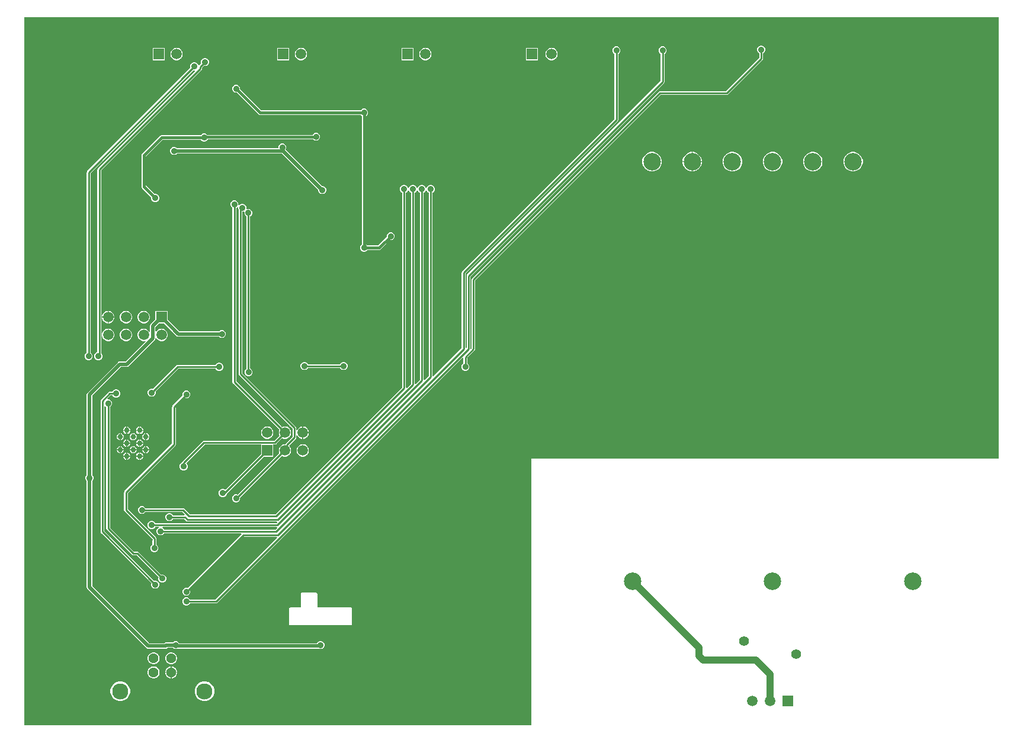
<source format=gbl>
%FSTAX23Y23*%
%MOIN*%
%SFA1B1*%

%IPPOS*%
%ADD15C,0.010000*%
%ADD81C,0.020000*%
%ADD82C,0.015000*%
%ADD83C,0.040000*%
%ADD84C,0.098430*%
%ADD85C,0.030000*%
%ADD86C,0.056220*%
%ADD87C,0.090550*%
%ADD88R,0.059060X0.059060*%
%ADD89C,0.059060*%
%ADD90C,0.055120*%
%ADD91C,0.035000*%
%LNpcb1-1*%
%LPD*%
G36*
X06491Y0251D02*
X0386D01*
Y01008*
X01008*
Y04991*
X06491*
Y0251*
G37*
%LNpcb1-2*%
%LPC*%
G36*
X03979Y04819D02*
X0397D01*
X03961Y04817*
X03953Y04812*
X03947Y04806*
X03942Y04798*
X0394Y04789*
Y0478*
X03942Y04771*
X03947Y04763*
X03953Y04757*
X03961Y04752*
X0397Y0475*
X03979*
X03988Y04752*
X03996Y04757*
X04002Y04763*
X04007Y04771*
X04009Y0478*
Y04789*
X04007Y04798*
X04002Y04806*
X03996Y04812*
X03988Y04817*
X03979Y04819*
G37*
G36*
X03899D02*
X0383D01*
Y0475*
X03899*
Y04819*
G37*
G36*
X03269D02*
X0326D01*
X03251Y04817*
X03243Y04812*
X03237Y04806*
X03232Y04798*
X0323Y04789*
Y0478*
X03232Y04771*
X03237Y04763*
X03243Y04757*
X03251Y04752*
X0326Y0475*
X03269*
X03278Y04752*
X03286Y04757*
X03292Y04763*
X03297Y04771*
X03299Y0478*
Y04789*
X03297Y04798*
X03292Y04806*
X03286Y04812*
X03278Y04817*
X03269Y04819*
G37*
G36*
X03199D02*
X0313D01*
Y0475*
X03199*
Y04819*
G37*
G36*
X02569D02*
X0256D01*
X02551Y04817*
X02543Y04812*
X02537Y04806*
X02532Y04798*
X0253Y04789*
Y0478*
X02532Y04771*
X02537Y04763*
X02543Y04757*
X02551Y04752*
X0256Y0475*
X02569*
X02578Y04752*
X02586Y04757*
X02592Y04763*
X02597Y04771*
X02599Y0478*
Y04789*
X02597Y04798*
X02592Y04806*
X02586Y04812*
X02578Y04817*
X02569Y04819*
G37*
G36*
X02499D02*
X0243D01*
Y0475*
X02499*
Y04819*
G37*
G36*
X01869D02*
X0186D01*
X01851Y04817*
X01843Y04812*
X01837Y04806*
X01832Y04798*
X0183Y04789*
Y0478*
X01832Y04771*
X01837Y04763*
X01843Y04757*
X01851Y04752*
X0186Y0475*
X01869*
X01878Y04752*
X01886Y04757*
X01892Y04763*
X01897Y04771*
X01899Y0478*
Y04789*
X01897Y04798*
X01892Y04806*
X01886Y04812*
X01878Y04817*
X01869Y04819*
G37*
G36*
X01799D02*
X0173D01*
Y0475*
X01799*
Y04819*
G37*
G36*
X02029Y04762D02*
X0202D01*
X02012Y04759*
X02005Y04752*
X02002Y04744*
Y04735*
X02003Y04732*
X01992Y04721*
X01986Y04722*
X01986Y04722*
X01984Y04727*
X01977Y04734*
X01969Y04737*
X0196*
X01952Y04734*
X01945Y04727*
X01942Y04719*
Y0471*
X01943Y04707*
X01362Y04127*
X0136Y04123*
X01359Y0412*
Y03105*
X01357Y03104*
X0135Y03097*
X01347Y03089*
Y0308*
X0135Y03072*
X01357Y03065*
X01365Y03062*
X01374*
X01382Y03065*
X01389Y03072*
X01392Y0308*
Y03089*
X01389Y03097*
X01382Y03104*
X0138Y03105*
Y04115*
X01957Y04693*
X0196Y04692*
X01966*
X01969Y04687*
X01422Y04141*
X0142Y04137*
X01419Y04134*
Y03107*
X01412Y03104*
X01405Y03097*
X01402Y03089*
Y0308*
X01405Y03072*
X01412Y03065*
X0142Y03062*
X01429*
X01437Y03065*
X01444Y03072*
X01447Y0308*
Y03089*
X01444Y03097*
X0144Y03101*
Y04129*
X02004Y04694*
X02006Y04697*
X02007Y04701*
Y04708*
X02017Y04718*
X0202Y04717*
X02029*
X02037Y0472*
X02044Y04727*
X02047Y04735*
Y04744*
X02044Y04752*
X02037Y04759*
X02029Y04762*
G37*
G36*
X02654Y04342D02*
X02645D01*
X02637Y04339*
X0263Y04332*
X02629Y0433*
X02036*
X02032Y04334*
X02024Y04337*
X02015*
X02007Y04334*
X02Y04327*
X0178*
X01775Y04326*
X0177Y04324*
X0167Y04224*
X01668Y04219*
X01667Y04215*
Y0404*
X01668Y04035*
X0167Y0403*
X01722Y03979*
Y0397*
X01725Y03962*
X01732Y03955*
X0174Y03952*
X01749*
X01757Y03955*
X01764Y03962*
X01767Y0397*
Y03979*
X01764Y03987*
X01757Y03994*
X01749Y03997*
X0174*
X01692Y04045*
Y04209*
X01785Y04302*
X02*
X02007Y04295*
X02015Y04292*
X02024*
X02032Y04295*
X02039Y04302*
X0204Y04304*
X02633*
X02637Y043*
X02645Y04297*
X02654*
X02662Y043*
X02669Y04307*
X02672Y04315*
Y04324*
X02669Y04332*
X02662Y04339*
X02654Y04342*
G37*
G36*
X02464Y04282D02*
X02455D01*
X02447Y04279*
X0244Y04272*
X02437Y04264*
Y04255*
X02437Y04255*
X01866*
X01862Y04259*
X01854Y04262*
X01845*
X01837Y04259*
X0183Y04252*
X01827Y04244*
Y04235*
X0183Y04227*
X01837Y0422*
X01845Y04217*
X01854*
X01862Y0422*
X01866Y04224*
X02458*
X02662Y0402*
Y04015*
X02665Y04007*
X02672Y04*
X0268Y03997*
X02689*
X02697Y04*
X02704Y04007*
X02707Y04015*
Y04024*
X02704Y04032*
X02697Y04039*
X02689Y04042*
X02684*
X02479Y04247*
X02482Y04255*
Y04264*
X02479Y04272*
X02472Y04279*
X02464Y04282*
G37*
G36*
X04773Y04234D02*
X04768D01*
Y04182*
X0482*
Y04187*
X04816Y042*
X04809Y04213*
X04799Y04223*
X04787Y0423*
X04773Y04234*
G37*
G36*
X04763D02*
X04759D01*
X04745Y0423*
X04733Y04223*
X04723Y04213*
X04715Y042*
X04712Y04187*
Y04182*
X04763*
Y04234*
G37*
G36*
X05679D02*
X05664D01*
X0565Y0423*
X05638Y04223*
X05628Y04213*
X05621Y042*
X05617Y04187*
Y04172*
X05621Y04159*
X05628Y04146*
X05638Y04136*
X0565Y04129*
X05664Y04125*
X05679*
X05692Y04129*
X05705Y04136*
X05715Y04146*
X05722Y04159*
X05726Y04172*
Y04187*
X05722Y042*
X05715Y04213*
X05705Y04223*
X05692Y0423*
X05679Y04234*
G37*
G36*
X05452D02*
X05438D01*
X05424Y0423*
X05412Y04223*
X05402Y04213*
X05394Y042*
X05391Y04187*
Y04172*
X05394Y04159*
X05402Y04146*
X05412Y04136*
X05424Y04129*
X05438Y04125*
X05452*
X05466Y04129*
X05478Y04136*
X05488Y04146*
X05496Y04159*
X05499Y04172*
Y04187*
X05496Y042*
X05488Y04213*
X05478Y04223*
X05466Y0423*
X05452Y04234*
G37*
G36*
X05226D02*
X05212D01*
X05198Y0423*
X05185Y04223*
X05175Y04213*
X05168Y042*
X05164Y04187*
Y04172*
X05168Y04159*
X05175Y04146*
X05185Y04136*
X05198Y04129*
X05212Y04125*
X05226*
X0524Y04129*
X05252Y04136*
X05262Y04146*
X05269Y04159*
X05273Y04172*
Y04187*
X05269Y042*
X05262Y04213*
X05252Y04223*
X0524Y0423*
X05226Y04234*
G37*
G36*
X04999D02*
X04985D01*
X04971Y0423*
X04959Y04223*
X04949Y04213*
X04942Y042*
X04938Y04187*
Y04172*
X04942Y04159*
X04949Y04146*
X04959Y04136*
X04971Y04129*
X04985Y04125*
X04999*
X05013Y04129*
X05026Y04136*
X05036Y04146*
X05043Y04159*
X05046Y04172*
Y04187*
X05043Y042*
X05036Y04213*
X05026Y04223*
X05013Y0423*
X04999Y04234*
G37*
G36*
X0482Y04177D02*
X04768D01*
Y04125*
X04773*
X04787Y04129*
X04799Y04136*
X04809Y04146*
X04816Y04159*
X0482Y04172*
Y04177*
G37*
G36*
X04763D02*
X04712D01*
Y04172*
X04715Y04159*
X04723Y04146*
X04733Y04136*
X04745Y04129*
X04759Y04125*
X04763*
Y04177*
G37*
G36*
X04547Y04234D02*
X04532D01*
X04519Y0423*
X04506Y04223*
X04496Y04213*
X04489Y042*
X04485Y04187*
Y04172*
X04489Y04159*
X04496Y04146*
X04506Y04136*
X04519Y04129*
X04532Y04125*
X04547*
X0456Y04129*
X04573Y04136*
X04583Y04146*
X0459Y04159*
X04594Y04172*
Y04187*
X0459Y042*
X04583Y04213*
X04573Y04223*
X0456Y0423*
X04547Y04234*
G37*
G36*
X02204Y04612D02*
X02195D01*
X02187Y04609*
X0218Y04602*
X02177Y04594*
Y04585*
X0218Y04577*
X02187Y0457*
X02195Y04567*
X02204*
X02325Y04445*
X0233Y04443*
X02335Y04442*
X029*
X02907Y04435*
Y03714*
X029Y03707*
X02897Y03699*
Y0369*
X029Y03682*
X02907Y03675*
X02915Y03672*
X02924*
X02932Y03675*
X02939Y03682*
X03005*
X03009Y03683*
X03014Y03685*
X03065Y03737*
X03074*
X03082Y0374*
X03089Y03747*
X03092Y03755*
Y03764*
X03089Y03772*
X03082Y03779*
X03074Y03782*
X03065*
X03057Y03779*
X0305Y03772*
X03047Y03764*
Y03755*
X02999Y03707*
X02939*
X02932Y03714*
Y04435*
X02939Y04442*
X02942Y0445*
Y04459*
X02939Y04467*
X02932Y04474*
X02924Y04477*
X02915*
X02907Y04474*
X029Y04467*
X0234*
X02222Y04585*
Y04585*
Y04594*
X02219Y04602*
X02212Y04609*
X02204Y04612*
G37*
G36*
X01484Y03339D02*
X01482D01*
Y03307*
X01514*
Y03309*
X01512Y03318*
X01507Y03326*
X01501Y03332*
X01493Y03337*
X01484Y03339*
G37*
G36*
X01477D02*
X01475D01*
X01466Y03337*
X01458Y03332*
X01452Y03326*
X01447Y03318*
X01445Y03309*
Y03307*
X01477*
Y03339*
G37*
G36*
X01684D02*
X01675D01*
X01666Y03337*
X01658Y03332*
X01652Y03326*
X01647Y03318*
X01645Y03309*
Y033*
X01647Y03291*
X01652Y03283*
X01658Y03277*
X01666Y03272*
X01675Y0327*
X01684*
X01693Y03272*
X01701Y03277*
X01707Y03283*
X01712Y03291*
X01714Y033*
Y03309*
X01712Y03318*
X01707Y03326*
X01701Y03332*
X01693Y03337*
X01684Y03339*
G37*
G36*
X01584D02*
X01575D01*
X01566Y03337*
X01558Y03332*
X01552Y03326*
X01547Y03318*
X01545Y03309*
Y033*
X01547Y03291*
X01552Y03283*
X01558Y03277*
X01566Y03272*
X01575Y0327*
X01584*
X01593Y03272*
X01601Y03277*
X01607Y03283*
X01612Y03291*
X01614Y033*
Y03309*
X01612Y03318*
X01607Y03326*
X01601Y03332*
X01593Y03337*
X01584Y03339*
G37*
G36*
X01514Y03302D02*
X01482D01*
Y0327*
X01484*
X01493Y03272*
X01501Y03277*
X01507Y03283*
X01512Y03291*
X01514Y033*
Y03302*
G37*
G36*
X01477D02*
X01445D01*
Y033*
X01447Y03291*
X01452Y03283*
X01458Y03277*
X01466Y03272*
X01475Y0327*
X01477*
Y03302*
G37*
G36*
X01814Y03339D02*
X01745D01*
Y03292*
X01719Y03266*
X01716Y03261*
X01715Y03255*
Y03223*
X0171Y03221*
X01707Y03226*
X01701Y03232*
X01693Y03237*
X01684Y03239*
X01675*
X01666Y03237*
X01658Y03232*
X01652Y03226*
X01647Y03218*
X01645Y03209*
Y032*
X01647Y03191*
X01652Y03183*
X01658Y03177*
X01666Y03172*
X01675Y0317*
X01684*
X01687Y03171*
X0169Y03166*
X01578Y03055*
X01545*
X01539Y03054*
X01534Y0305*
X01364Y0288*
X0136Y02875*
X01359Y0287*
Y02416*
X01355Y02412*
X01352Y02404*
Y02395*
X01355Y02387*
X01359Y02383*
Y01785*
X0136Y01779*
X01364Y01774*
X01694Y01444*
X01699Y0144*
X01705Y01439*
X01802*
X01808Y0144*
X01813Y01444*
X01813Y01444*
X01843*
X01847Y0144*
X01855Y01437*
X01864*
X01869Y01439*
X0266*
X02663Y0144*
X0267Y01437*
X02679*
X02687Y0144*
X02694Y01447*
X02697Y01455*
Y01464*
X02694Y01472*
X02687Y01479*
X02679Y01482*
X0267*
X02662Y01479*
X02655Y01472*
X02655Y01471*
X02654Y0147*
X02653Y0147*
X0188*
X01879Y01472*
X01872Y01479*
X01864Y01482*
X01855*
X01847Y01479*
X01843Y01475*
X01807*
X01801Y01474*
X01796Y0147*
X01796Y0147*
X01711*
X0139Y01791*
Y02383*
X01394Y02387*
X01397Y02395*
Y02404*
X01394Y02412*
X0139Y02416*
Y02863*
X01551Y03024*
X01585*
X0159Y03025*
X01595Y03029*
X01741Y03174*
X01744Y03179*
X01745Y03185*
X01746Y03185*
X0175Y03186*
X01752Y03183*
X01758Y03177*
X01766Y03172*
X01775Y0317*
X01784*
X01793Y03172*
X01801Y03177*
X01807Y03183*
X01812Y03191*
X01814Y032*
Y03209*
X01812Y03218*
X01807Y03226*
X01801Y03232*
X01793Y03237*
X01784Y03239*
X01775*
X01766Y03237*
X01758Y03232*
X01752Y03226*
X0175Y03223*
X01745Y03224*
Y03249*
X01767Y0327*
X01792*
X01864Y03199*
X01869Y03195*
X01875Y03194*
X02103*
X02107Y0319*
X02115Y03187*
X02124*
X02132Y0319*
X02139Y03197*
X02142Y03205*
Y03214*
X02139Y03222*
X02132Y03229*
X02124Y03232*
X02115*
X02107Y03229*
X02103Y03225*
X01881*
X01814Y03292*
Y03339*
G37*
G36*
X01584Y03239D02*
X01575D01*
X01566Y03237*
X01558Y03232*
X01552Y03226*
X01547Y03218*
X01545Y03209*
Y032*
X01547Y03191*
X01552Y03183*
X01558Y03177*
X01566Y03172*
X01575Y0317*
X01584*
X01593Y03172*
X01601Y03177*
X01607Y03183*
X01612Y03191*
X01614Y032*
Y03209*
X01612Y03218*
X01607Y03226*
X01601Y03232*
X01593Y03237*
X01584Y03239*
G37*
G36*
X01484D02*
X01475D01*
X01466Y03237*
X01458Y03232*
X01452Y03226*
X01447Y03218*
X01445Y03209*
Y032*
X01447Y03191*
X01452Y03183*
X01458Y03177*
X01466Y03172*
X01475Y0317*
X01484*
X01493Y03172*
X01501Y03177*
X01507Y03183*
X01512Y03191*
X01514Y032*
Y03209*
X01512Y03218*
X01507Y03226*
X01501Y03232*
X01493Y03237*
X01484Y03239*
G37*
G36*
X05159Y04832D02*
X0515D01*
X05142Y04829*
X05135Y04822*
X05132Y04814*
Y04805*
X05135Y04797*
X05142Y0479*
X05144Y04789*
Y04764*
X04955Y04575*
X04585*
X04581Y04574*
X04577Y04572*
X03527Y03522*
X03525Y03518*
X03524Y03515*
Y03129*
X03521Y03126*
X03516Y03128*
Y03532*
X04607Y04622*
X04609Y04626*
X0461Y0463*
Y04784*
X04612Y04785*
X04619Y04792*
X04622Y048*
Y04809*
X04619Y04817*
X04612Y04824*
X04604Y04827*
X04595*
X04587Y04824*
X0458Y04817*
X04577Y04809*
Y048*
X0458Y04792*
X04587Y04785*
X04589Y04784*
Y04634*
X03499Y03543*
X03497Y0354*
X03496Y03536*
Y03133*
X03495Y03132*
X0349Y03135*
Y0355*
X04347Y04407*
X04349Y04411*
X0435Y04415*
Y04784*
X04352Y04785*
X04359Y04792*
X04362Y048*
Y04809*
X04359Y04817*
X04352Y04824*
X04344Y04827*
X04335*
X04327Y04824*
X0432Y04817*
X04317Y04809*
Y048*
X0432Y04792*
X04327Y04785*
X04329Y04784*
Y04419*
X03472Y03562*
X0347Y03558*
X03469Y03555*
Y03131*
X0331Y02971*
X03305Y02973*
Y04004*
X03307Y04005*
X03314Y04012*
X03317Y0402*
Y04029*
X03314Y04037*
X03307Y04044*
X03299Y04047*
X0329*
X03282Y04044*
X03275Y04037*
X03272Y04029*
Y0402*
X03275Y04012*
X03282Y04005*
X03284Y04004*
Y02974*
X0326Y02949*
X03255Y02951*
Y04004*
X03257Y04005*
X03264Y04012*
X03267Y0402*
Y04029*
X03264Y04037*
X03257Y04044*
X03249Y04047*
X0324*
X03232Y04044*
X03225Y04037*
X03222Y04029*
Y0402*
X03225Y04012*
X03232Y04005*
X03234Y04004*
Y02952*
X0321Y02928*
X03205Y0293*
Y04004*
X03207Y04005*
X03214Y04012*
X03217Y0402*
Y04029*
X03214Y04037*
X03207Y04044*
X03199Y04047*
X0319*
X03182Y04044*
X03175Y04037*
X03172Y04029*
Y0402*
X03175Y04012*
X03182Y04005*
X03184Y04004*
Y0293*
X0316Y02906*
X03155Y02908*
Y04004*
X03157Y04005*
X03164Y04012*
X03167Y0402*
Y04029*
X03164Y04037*
X03157Y04044*
X03149Y04047*
X0314*
X03132Y04044*
X03125Y04037*
X03122Y04029*
Y0402*
X03125Y04012*
X03132Y04005*
X03134Y04004*
Y02909*
X0242Y02195*
X01939*
X01907Y02227*
X01903Y02229*
X019Y0223*
X0169*
X01689Y02232*
X01682Y02239*
X01674Y02242*
X01665*
X01657Y02239*
X0165Y02232*
X01647Y02224*
Y02215*
X0165Y02207*
X01657Y022*
X01665Y02197*
X01674*
X01682Y022*
X01689Y02207*
X0169Y02209*
X01895*
X0191Y02195*
X01908Y0219*
X01845*
X01844Y02192*
X01837Y02199*
X01829Y02202*
X0182*
X01812Y02199*
X01805Y02192*
X01802Y02184*
Y02175*
X01805Y02167*
X01812Y0216*
X0182Y02157*
X01829*
X01837Y0216*
X01844Y02167*
X01845Y02169*
X01907*
X01919Y02157*
X01922Y02155*
X01926Y02154*
X02429*
X02431Y02149*
X02427Y02145*
X01745*
X01744Y02147*
X01737Y02154*
X01729Y02157*
X0172*
X01712Y02154*
X01705Y02147*
X01702Y02139*
Y0213*
X01705Y02122*
X01712Y02115*
X0172Y02112*
X01729*
X01737Y02115*
X01744Y02122*
X01745Y02124*
X01763*
X01764Y02119*
X01762Y02119*
X01755Y02112*
X01752Y02104*
Y02095*
X01755Y02087*
X01762Y0208*
X0177Y02077*
X01779*
X01787Y0208*
X01794Y02087*
X01795Y02089*
X02228*
X0223Y02084*
X01927Y01781*
X01924Y01782*
X01915*
X01907Y01779*
X019Y01772*
X01897Y01764*
Y01755*
X019Y01747*
X01907Y0174*
X01915Y01737*
X01924*
X01932Y0174*
X01939Y01747*
X01942Y01755*
Y01764*
X01941Y01767*
X02244Y02069*
X02429*
X02431Y02064*
X02082Y01715*
X0194*
X01939Y01717*
X01932Y01724*
X01924Y01727*
X01915*
X01907Y01724*
X019Y01717*
X01897Y01709*
Y017*
X019Y01692*
X01907Y01685*
X01915Y01682*
X01924*
X01932Y01685*
X01939Y01692*
X0194Y01694*
X02086*
X0209Y01695*
X02093Y01697*
X03474Y03078*
X03479Y03076*
Y03045*
X03477Y03044*
X0347Y03037*
X03467Y03029*
Y0302*
X0347Y03012*
X03477Y03005*
X03485Y03002*
X03494*
X03502Y03005*
X03509Y03012*
X03512Y0302*
Y03029*
X03509Y03037*
X03502Y03044*
X035Y03045*
Y03076*
X03542Y03118*
X03544Y03121*
X03545Y03125*
Y0351*
X04589Y04554*
X0496*
X04963Y04555*
X04967Y04557*
X05162Y04752*
X05164Y04756*
X05165Y0476*
Y04789*
X05167Y0479*
X05174Y04797*
X05177Y04805*
Y04814*
X05174Y04822*
X05167Y04829*
X05159Y04832*
G37*
G36*
X02809Y03052D02*
X028D01*
X02792Y03049*
X02785Y03042*
X02784Y0304*
X02605*
X02604Y03042*
X02597Y03049*
X02589Y03052*
X0258*
X02572Y03049*
X02565Y03042*
X02562Y03034*
Y03025*
X02565Y03017*
X02572Y0301*
X0258Y03007*
X02589*
X02597Y0301*
X02604Y03017*
X02605Y03019*
X02784*
X02785Y03017*
X02792Y0301*
X028Y03007*
X02809*
X02817Y0301*
X02824Y03017*
X02827Y03025*
Y03034*
X02824Y03042*
X02817Y03049*
X02809Y03052*
G37*
G36*
X02109Y03047D02*
X021D01*
X02092Y03044*
X02085Y03037*
X02084Y03035*
X0187*
X01866Y03034*
X01862Y03032*
X01732Y02901*
X01729Y02902*
X0172*
X01712Y02899*
X01705Y02892*
X01702Y02884*
Y02875*
X01705Y02867*
X01712Y0286*
X0172Y02857*
X01729*
X01737Y0286*
X01744Y02867*
X01747Y02875*
Y02884*
X01746Y02887*
X01874Y03014*
X02084*
X02085Y03012*
X02092Y03005*
X021Y03002*
X02109*
X02117Y03005*
X02124Y03012*
X02127Y0302*
Y03029*
X02124Y03037*
X02117Y03044*
X02109Y03047*
G37*
G36*
X02194Y03962D02*
X02185D01*
X02177Y03959*
X0217Y03952*
X02167Y03944*
Y03935*
X0217Y03927*
X02177Y0392*
X02179Y03919*
Y0294*
X0218Y02936*
X02182Y02932*
X02444Y02671*
X02442Y02668*
X0244Y02659*
Y0265*
X02442Y02641*
X02444Y02638*
X02415Y02609*
X02019*
X02015Y02608*
X02012Y02606*
X01896Y02491*
X01894Y02488*
X01894Y02484*
X01892Y02484*
X01885Y02477*
X01882Y02469*
Y0246*
X01885Y02452*
X01892Y02445*
X019Y02442*
X01909*
X01917Y02445*
X01924Y02452*
X01927Y0246*
Y02469*
X01924Y02477*
X01918Y02483*
X02023Y02589*
X0234*
Y02534*
X02138Y02333*
X02137Y02334*
X02129Y02337*
X0212*
X02112Y02334*
X02105Y02327*
X02102Y02319*
Y0231*
X02105Y02302*
X02112Y02295*
X0212Y02292*
X02129*
X02137Y02295*
X02144Y02302*
X02147Y0231*
Y02313*
X02354Y0252*
X02409*
Y02589*
X02419*
X02423Y0259*
X02426Y02592*
X02458Y02624*
X02461Y02622*
X0247Y0262*
X02479*
X02488Y02622*
X02496Y02627*
X02502Y02633*
X02507Y02641*
X02509Y0265*
Y02659*
X02507Y02668*
X02502Y02676*
X02496Y02682*
X02488Y02687*
X02479Y02689*
X0247*
X02461Y02687*
X02458Y02685*
X022Y02944*
Y03919*
X02202Y0392*
X02207Y03926*
X0221Y03925*
X02212Y03923*
Y03915*
X02214Y03909*
Y02985*
X02215Y02981*
X02217Y02977*
X02505Y0269*
X02517Y02678*
Y02631*
X02477Y02591*
X02475Y02589*
X0247*
X02461Y02587*
X02453Y02582*
X02447Y02576*
X02442Y02568*
X0244Y02559*
Y0255*
X02442Y02541*
X02443Y0254*
X02208Y02305*
X02204Y02307*
X02195*
X02187Y02304*
X0218Y02297*
X02177Y02289*
Y0228*
X0218Y02272*
X02187Y02265*
X02195Y02262*
X02204*
X02212Y02265*
X02219Y02272*
X02222Y0228*
Y02289*
X02222Y0229*
X02457Y02525*
X02461Y02522*
X0247Y0252*
X02479*
X02488Y02522*
X02496Y02527*
X02502Y02533*
X02507Y02541*
X02509Y0255*
Y02559*
X02507Y02568*
X02502Y02576*
X02496Y02582*
X02534Y0262*
X02537Y02623*
X02537Y02627*
Y0264*
X02542Y02641*
X02547Y02633*
X02553Y02627*
X02561Y02622*
X0257Y0262*
X02572*
Y02655*
Y02689*
X0257*
X02561Y02687*
X02553Y02682*
X02547Y02676*
X02542Y02668*
X02537Y02669*
Y02682*
X02537Y02686*
X02534Y02689*
X02519Y02704*
X02235Y02989*
Y03897*
X02239*
X02243Y03898*
X02245Y03896*
X02247Y03895*
Y03886*
X0225Y03878*
X02256Y03872*
X02259Y03871*
Y03014*
X02257Y03014*
X0225Y03007*
X02247Y02999*
Y0299*
X0225Y02982*
X02257Y02975*
X02265Y02972*
X02274*
X02282Y02975*
X02289Y02982*
X02292Y0299*
Y02999*
X02289Y03007*
X02282Y03014*
X02279Y03015*
Y03871*
X02282Y03872*
X02288Y03878*
X02292Y03886*
Y03895*
X02288Y03903*
X02282Y0391*
X02274Y03913*
X02265*
X02261Y03912*
X02258Y03914*
X02257Y03915*
Y03924*
X02254Y03932*
X02247Y03939*
X02239Y03942*
X0223*
X02222Y03939*
X02217Y03933*
X02214Y03934*
X02212Y03936*
Y03944*
X02209Y03952*
X02202Y03959*
X02194Y03962*
G37*
G36*
X01529Y02897D02*
X0152D01*
X01512Y02894*
X01505Y02887*
X01504Y02885*
X01489*
X01485Y02884*
X01481Y02882*
X0144Y0284*
X01438Y02837*
X01437Y02833*
Y02097*
X01438Y02093*
X0144Y0209*
X01723Y01807*
X01722Y01804*
Y01795*
X01725Y01787*
X01732Y0178*
X0174Y01777*
X01749*
X01757Y0178*
X01764Y01787*
X01767Y01795*
Y01804*
X01764Y01812*
X01757Y01819*
X01749Y01822*
X0174*
X01737Y01821*
X01457Y02101*
Y02803*
X01462Y02805*
X01467Y028*
X01469Y02799*
Y02116*
X0147Y02112*
X01472Y02109*
X01613Y01968*
X01617Y01966*
X0162Y01965*
X01639*
X01763Y01841*
X01762Y01838*
Y01829*
X01765Y01821*
X01772Y01815*
X0178Y01811*
X01789*
X01797Y01815*
X01803Y01821*
X01807Y01829*
Y01838*
X01803Y01846*
X01797Y01853*
X01789Y01856*
X0178*
X01777Y01855*
X0165Y01982*
X01647Y01985*
X01643Y01985*
X01625*
X0149Y0212*
Y02799*
X01492Y028*
X01499Y02807*
X01502Y02815*
Y02824*
X01499Y02832*
X01492Y02839*
X01484Y02842*
X01478*
X01475Y02847*
X01493Y02864*
X01504*
X01505Y02862*
X01512Y02855*
X0152Y02852*
X01529*
X01537Y02855*
X01544Y02862*
X01547Y0287*
Y02879*
X01544Y02887*
X01537Y02894*
X01529Y02897*
G37*
G36*
X01924Y02892D02*
X01915D01*
X01907Y02889*
X019Y02882*
X01897Y02874*
Y02865*
X01898Y02862*
X01842Y02807*
X0184Y02803*
X01839Y028*
Y02594*
X01572Y02327*
X0157Y02323*
X01569Y0232*
Y0222*
X0157Y02216*
X01572Y02212*
X01731Y02054*
Y02053*
X0173Y02052*
X01729Y02048*
Y02025*
X01727Y02024*
X0172Y02017*
X01717Y02009*
Y02*
X0172Y01992*
X01727Y01985*
X01735Y01982*
X01744*
X01752Y01985*
X01759Y01992*
X01762Y02*
Y02009*
X01759Y02017*
X01752Y02024*
X0175Y02025*
Y02045*
X0175Y02046*
X01751Y0205*
Y02058*
X0175Y02062*
X01748Y02065*
X0159Y02224*
Y02315*
X01857Y02582*
X01859Y02586*
X0186Y0259*
Y02795*
X01912Y02848*
X01915Y02847*
X01924*
X01932Y0285*
X01939Y02857*
X01942Y02865*
Y02874*
X01939Y02882*
X01932Y02889*
X01924Y02892*
G37*
G36*
X0166Y02687D02*
X01658D01*
Y02669*
X01676*
Y02671*
X01673Y02678*
X01667Y02684*
X0166Y02687*
G37*
G36*
X01587D02*
X01586D01*
Y02669*
X01603*
Y02671*
X016Y02678*
X01595Y02684*
X01587Y02687*
G37*
G36*
X01653D02*
X01652D01*
X01644Y02684*
X01639Y02678*
X01636Y02671*
Y02669*
X01653*
Y02687*
G37*
G36*
X01581D02*
X01579D01*
X01572Y02684*
X01566Y02678*
X01563Y02671*
Y02669*
X01581*
Y02687*
G37*
G36*
X02579Y02689D02*
X02577D01*
Y02657*
X02609*
Y02659*
X02607Y02668*
X02602Y02676*
X02596Y02682*
X02588Y02687*
X02579Y02689*
G37*
G36*
X01676Y02664D02*
X01658D01*
Y02647*
X0166*
X01667Y0265*
X01673Y02655*
X01676Y02663*
Y02664*
G37*
G36*
X01653D02*
X01636D01*
Y02663*
X01639Y02655*
X01644Y0265*
X01652Y02647*
X01653*
Y02664*
G37*
G36*
X01603D02*
X01586D01*
Y02647*
X01587*
X01595Y0265*
X016Y02655*
X01603Y02663*
Y02664*
G37*
G36*
X01581D02*
X01563D01*
Y02663*
X01566Y02655*
X01572Y0265*
X01579Y02647*
X01581*
Y02664*
G37*
G36*
X01696Y02651D02*
X01694D01*
Y02633*
X01712*
Y02635*
X01709Y02642*
X01703Y02648*
X01696Y02651*
G37*
G36*
X01623D02*
X01622D01*
Y02633*
X0164*
Y02635*
X01636Y02642*
X01631Y02648*
X01623Y02651*
G37*
G36*
X01551D02*
X0155D01*
Y02633*
X01567*
Y02635*
X01564Y02642*
X01559Y02648*
X01551Y02651*
G37*
G36*
X01689D02*
X01688D01*
X0168Y02648*
X01675Y02642*
X01672Y02635*
Y02633*
X01689*
Y02651*
G37*
G36*
X01617D02*
X01616D01*
X01608Y02648*
X01603Y02642*
X016Y02635*
Y02633*
X01617*
Y02651*
G37*
G36*
X01545D02*
X01543D01*
X01536Y02648*
X0153Y02642*
X01527Y02635*
Y02633*
X01545*
Y02651*
G37*
G36*
X02609Y02652D02*
X02577D01*
Y0262*
X02579*
X02588Y02622*
X02596Y02627*
X02602Y02633*
X02607Y02641*
X02609Y0265*
Y02652*
G37*
G36*
X02379Y02689D02*
X0237D01*
X02361Y02687*
X02353Y02682*
X02347Y02676*
X02342Y02668*
X0234Y02659*
Y0265*
X02342Y02641*
X02347Y02633*
X02353Y02627*
X02361Y02622*
X0237Y0262*
X02379*
X02388Y02622*
X02396Y02627*
X02402Y02633*
X02407Y02641*
X02409Y0265*
Y02659*
X02407Y02668*
X02402Y02676*
X02396Y02682*
X02388Y02687*
X02379Y02689*
G37*
G36*
X01712Y02628D02*
X01694D01*
Y02611*
X01696*
X01703Y02614*
X01709Y02619*
X01712Y02627*
Y02628*
G37*
G36*
X01689D02*
X01672D01*
Y02627*
X01675Y02619*
X0168Y02614*
X01688Y02611*
X01689*
Y02628*
G37*
G36*
X0164D02*
X01622D01*
Y02611*
X01623*
X01631Y02614*
X01636Y02619*
X0164Y02627*
Y02628*
G37*
G36*
X01617D02*
X016D01*
Y02627*
X01603Y02619*
X01608Y02614*
X01616Y02611*
X01617*
Y02628*
G37*
G36*
X01567D02*
X0155D01*
Y02611*
X01551*
X01559Y02614*
X01564Y02619*
X01567Y02627*
Y02628*
G37*
G36*
X01545D02*
X01527D01*
Y02627*
X0153Y02619*
X01536Y02614*
X01543Y02611*
X01545*
Y02628*
G37*
G36*
X0166Y02615D02*
X01658D01*
Y02597*
X01676*
Y02598*
X01673Y02606*
X01667Y02611*
X0166Y02615*
G37*
G36*
X01587D02*
X01586D01*
Y02597*
X01603*
Y02598*
X016Y02606*
X01595Y02611*
X01587Y02615*
G37*
G36*
X01653D02*
X01652D01*
X01644Y02611*
X01639Y02606*
X01636Y02598*
Y02597*
X01653*
Y02615*
G37*
G36*
X01581D02*
X01579D01*
X01572Y02611*
X01566Y02606*
X01563Y02598*
Y02597*
X01581*
Y02615*
G37*
G36*
X01676Y02592D02*
X01658D01*
Y02575*
X0166*
X01667Y02578*
X01673Y02583*
X01676Y02591*
Y02592*
G37*
G36*
X01653D02*
X01636D01*
Y02591*
X01639Y02583*
X01644Y02578*
X01652Y02575*
X01653*
Y02592*
G37*
G36*
X01603D02*
X01586D01*
Y02575*
X01587*
X01595Y02578*
X016Y02583*
X01603Y02591*
Y02592*
G37*
G36*
X01581D02*
X01563D01*
Y02591*
X01566Y02583*
X01572Y02578*
X01579Y02575*
X01581*
Y02592*
G37*
G36*
X01696Y02578D02*
X01694D01*
Y02561*
X01712*
Y02562*
X01709Y0257*
X01703Y02575*
X01696Y02578*
G37*
G36*
X01623D02*
X01622D01*
Y02561*
X0164*
Y02562*
X01636Y0257*
X01631Y02575*
X01623Y02578*
G37*
G36*
X01551D02*
X0155D01*
Y02561*
X01567*
Y02562*
X01564Y0257*
X01559Y02575*
X01551Y02578*
G37*
G36*
X01689D02*
X01688D01*
X0168Y02575*
X01675Y0257*
X01672Y02562*
Y02561*
X01689*
Y02578*
G37*
G36*
X01617D02*
X01616D01*
X01608Y02575*
X01603Y0257*
X016Y02562*
Y02561*
X01617*
Y02578*
G37*
G36*
X01545D02*
X01543D01*
X01536Y02575*
X0153Y0257*
X01527Y02562*
Y02561*
X01545*
Y02578*
G37*
G36*
X01712Y02556D02*
X01694D01*
Y02538*
X01696*
X01703Y02541*
X01709Y02547*
X01712Y02554*
Y02556*
G37*
G36*
X01689D02*
X01672D01*
Y02554*
X01675Y02547*
X0168Y02541*
X01688Y02538*
X01689*
Y02556*
G37*
G36*
X0164D02*
X01622D01*
Y02538*
X01623*
X01631Y02541*
X01636Y02547*
X0164Y02554*
Y02556*
G37*
G36*
X01617D02*
X016D01*
Y02554*
X01603Y02547*
X01608Y02541*
X01616Y02538*
X01617*
Y02556*
G37*
G36*
X01567D02*
X0155D01*
Y02538*
X01551*
X01559Y02541*
X01564Y02547*
X01567Y02554*
Y02556*
G37*
G36*
X01545D02*
X01527D01*
Y02554*
X0153Y02547*
X01536Y02541*
X01543Y02538*
X01545*
Y02556*
G37*
G36*
X0166Y02542D02*
X01658D01*
Y02525*
X01676*
Y02526*
X01673Y02534*
X01667Y02539*
X0166Y02542*
G37*
G36*
X01587D02*
X01586D01*
Y02525*
X01603*
Y02526*
X016Y02534*
X01595Y02539*
X01587Y02542*
G37*
G36*
X01653D02*
X01652D01*
X01644Y02539*
X01639Y02534*
X01636Y02526*
Y02525*
X01653*
Y02542*
G37*
G36*
X01581D02*
X01579D01*
X01572Y02539*
X01566Y02534*
X01563Y02526*
Y02525*
X01581*
Y02542*
G37*
G36*
X02579Y02589D02*
X0257D01*
X02561Y02587*
X02553Y02582*
X02547Y02576*
X02542Y02568*
X0254Y02559*
Y0255*
X02542Y02541*
X02547Y02533*
X02553Y02527*
X02561Y02522*
X0257Y0252*
X02579*
X02588Y02522*
X02596Y02527*
X02602Y02533*
X02607Y02541*
X02609Y0255*
Y02559*
X02607Y02568*
X02602Y02576*
X02596Y02582*
X02588Y02587*
X02579Y02589*
G37*
G36*
X01676Y0252D02*
X01658D01*
Y02502*
X0166*
X01667Y02505*
X01673Y02511*
X01676Y02518*
Y0252*
G37*
G36*
X01653D02*
X01636D01*
Y02518*
X01639Y02511*
X01644Y02505*
X01652Y02502*
X01653*
Y0252*
G37*
G36*
X01603D02*
X01586D01*
Y02502*
X01587*
X01595Y02505*
X016Y02511*
X01603Y02518*
Y0252*
G37*
G36*
X01581D02*
X01563D01*
Y02518*
X01566Y02511*
X01572Y02505*
X01579Y02502*
X01581*
Y0252*
G37*
G36*
X02651Y01754D02*
X02568D01*
X02564Y01752*
X02563Y01748*
Y01672*
X02504*
X025Y0167*
X02498Y01667*
Y01576*
X025Y01572*
X02504Y01571*
X02846*
X0285Y01572*
X02852Y01576*
Y01667*
X0285Y0167*
X02846Y01672*
X02656*
Y01748*
X02655Y01752*
X02651Y01754*
G37*
G36*
X01838Y01418D02*
X01829D01*
X01821Y01416*
X01813Y01411*
X01807Y01405*
X01803Y01398*
X01801Y01389*
Y01381*
X01803Y01372*
X01807Y01365*
X01813Y01358*
X01821Y01354*
X01829Y01352*
X01838*
X01846Y01354*
X01854Y01358*
X0186Y01365*
X01865Y01372*
X01867Y01381*
Y01389*
X01865Y01398*
X0186Y01405*
X01854Y01411*
X01846Y01416*
X01838Y01418*
G37*
G36*
X0174D02*
X01731D01*
X01723Y01416*
X01715Y01411*
X01709Y01405*
X01704Y01398*
X01702Y01389*
Y01381*
X01704Y01372*
X01709Y01365*
X01715Y01358*
X01723Y01354*
X01731Y01352*
X0174*
X01748Y01354*
X01756Y01358*
X01762Y01365*
X01766Y01372*
X01768Y01381*
Y01389*
X01766Y01398*
X01762Y01405*
X01756Y01411*
X01748Y01416*
X0174Y01418*
G37*
G36*
X01838Y01339D02*
X01836D01*
Y01309*
X01867*
Y01311*
X01865Y01319*
X0186Y01327*
X01854Y01333*
X01846Y01337*
X01838Y01339*
G37*
G36*
X01831D02*
X01829D01*
X01821Y01337*
X01813Y01333*
X01807Y01327*
X01803Y01319*
X01801Y01311*
Y01309*
X01831*
Y01339*
G37*
G36*
X01867Y01304D02*
X01836D01*
Y01273*
X01838*
X01846Y01275*
X01854Y0128*
X0186Y01286*
X01865Y01293*
X01867Y01302*
Y01304*
G37*
G36*
X01831D02*
X01801D01*
Y01302*
X01803Y01293*
X01807Y01286*
X01813Y0128*
X01821Y01275*
X01829Y01273*
X01831*
Y01304*
G37*
G36*
X0174Y01339D02*
X01731D01*
X01723Y01337*
X01715Y01333*
X01709Y01327*
X01704Y01319*
X01702Y01311*
Y01302*
X01704Y01293*
X01709Y01286*
X01715Y0128*
X01723Y01275*
X01731Y01273*
X0174*
X01748Y01275*
X01756Y0128*
X01762Y01286*
X01766Y01293*
X01768Y01302*
Y01311*
X01766Y01319*
X01762Y01327*
X01756Y01333*
X01748Y01337*
X0174Y01339*
G37*
G36*
X02029Y01255D02*
X02014D01*
X02Y01251*
X01988Y01244*
X01977Y01233*
X0197Y01221*
X01966Y01207*
Y01192*
X0197Y01178*
X01977Y01166*
X01988Y01155*
X02Y01148*
X02014Y01144*
X02029*
X02043Y01148*
X02055Y01155*
X02066Y01166*
X02073Y01178*
X02077Y01192*
Y01207*
X02073Y01221*
X02066Y01233*
X02055Y01244*
X02043Y01251*
X02029Y01255*
G37*
G36*
X01555D02*
X0154D01*
X01526Y01251*
X01514Y01244*
X01503Y01233*
X01496Y01221*
X01492Y01207*
Y01192*
X01496Y01178*
X01503Y01166*
X01514Y01155*
X01526Y01148*
X0154Y01144*
X01555*
X01569Y01148*
X01581Y01155*
X01592Y01166*
X01599Y01178*
X01603Y01192*
Y01207*
X01599Y01221*
X01592Y01233*
X01581Y01244*
X01569Y01251*
X01555Y01255*
G37*
%LNpcb1-3*%
%LPD*%
G36*
X0243Y02119D02*
X0242Y0211D01*
X01795*
X01794Y02112*
X01787Y02119*
X01785Y02119*
X01786Y02124*
X02428*
X0243Y02119*
G37*
G54D15*
X03145Y02905D02*
Y04025D01*
X02425Y02185D02*
X03145Y02905D01*
X02585Y0303D02*
X02805D01*
X02269Y02995D02*
Y03891D01*
Y02995D02*
X0227Y02995D01*
X02512Y02697D02*
X02527Y02682D01*
X02512Y02697D02*
D01*
X0219Y0294D02*
Y0394D01*
X02225Y02985D02*
Y0391D01*
Y02985D02*
X02512Y02697D01*
X0219Y0294D02*
X02475Y02655D01*
X02527Y02661D02*
Y02682D01*
X02225Y0391D02*
X02235Y0392D01*
X0192Y01705D02*
X02086D01*
X01447Y02097D02*
Y02833D01*
X01489Y02875*
X0148Y02116D02*
Y0282D01*
X01489Y02875D02*
X01525D01*
X01447Y02097D02*
X01745Y018D01*
X0148Y02116D02*
X0162Y01975D01*
X0496Y04565D02*
X05155Y0476D01*
Y0481*
X04585Y04565D02*
X0496D01*
X03535Y03515D02*
X04585Y04565D01*
X03535Y03125D02*
Y03515D01*
X0349Y03025D02*
Y0308D01*
X03535Y03125*
X02086Y01705D02*
X03506Y03125D01*
Y03536*
X0224Y0208D02*
X02433D01*
X0348Y03126*
Y03555*
X0434Y04415*
X03506Y03536D02*
X046Y0463D01*
X0187Y03025D02*
X02105D01*
X01725Y0288D02*
X0187Y03025D01*
X0434Y04415D02*
Y04805D01*
X046Y0463D02*
Y04805D01*
X0192Y0176D02*
X0224Y0208D01*
X01725Y02135D02*
X02431D01*
X03195Y02926D02*
Y04025D01*
X01926Y02165D02*
X02433D01*
X02431Y02135D02*
X03245Y02948D01*
X02433Y02165D02*
X03195Y02926D01*
X01935Y02185D02*
X02425D01*
X03245Y02948D02*
Y04025D01*
X01775Y021D02*
X02424D01*
X03295Y0297*
Y04025*
X01911Y0218D02*
X01926Y02165D01*
X01825Y0218D02*
X01911D01*
X019Y0222D02*
X01935Y02185D01*
X0174Y02005D02*
Y02048D01*
X01741Y0205*
X0158Y0222D02*
Y0232D01*
Y0222D02*
X01741Y02058D01*
Y0205D02*
Y02058D01*
X0167Y0222D02*
X019D01*
X022Y02285D02*
X02202D01*
X02481Y02564*
X02484*
Y02584*
X02139Y02319D02*
X02375Y02555D01*
X02129Y02319D02*
X02139D01*
X02125Y02315D02*
X02129Y02319D01*
X0158Y0232D02*
X0185Y0259D01*
Y028*
X0137Y03085D02*
Y0412D01*
X01965Y04715*
X01997Y04701D02*
Y04712D01*
X0143Y04134D02*
X01997Y04701D01*
Y04712D02*
X02025Y0474D01*
X0143Y0309D02*
Y04134D01*
X01425Y03085D02*
X0143Y0309D01*
X02484Y02584D02*
X02527Y02627D01*
Y02661*
X02419Y02599D02*
X02475Y02655D01*
X02019Y02599D02*
X02419D01*
X01904Y02465D02*
Y02484D01*
X02019Y02599*
X01904Y02465D02*
X01905Y02465D01*
X01643Y01975D02*
X01784Y01834D01*
X0162Y01975D02*
X01643D01*
X0185Y028D02*
X0192Y0287D01*
G54D81*
X01807Y0146D02*
X0186D01*
X01705Y01455D02*
X01802D01*
X01807Y0146*
X0266Y01455D02*
X02665Y0146D01*
X02675*
X01855Y01455D02*
X0266D01*
X01375Y01785D02*
X01705Y01455D01*
X01375Y01785D02*
Y024D01*
Y0287*
X01545Y0304*
X0173Y03185D02*
Y03255D01*
X0178Y03305*
X01585Y0304D02*
X0173Y03185D01*
X01545Y0304D02*
X01585D01*
X01875Y0321D02*
X0212D01*
X0178Y03305D02*
X01875Y0321D01*
X02465Y0424D02*
X02685Y0402D01*
X0185Y0424D02*
X02465D01*
G54D82*
X0178Y04315D02*
X0202D01*
X02022Y04317*
X02647*
X0265Y0432*
X0168Y04215D02*
X0178Y04315D01*
X0168Y0404D02*
Y04215D01*
Y0404D02*
X01745Y03975D01*
X022Y0459D02*
X02335Y04455D01*
X0292*
X03005Y03695D02*
X0307Y0376D01*
X0292Y03695D02*
X03005D01*
X0292D02*
Y04455D01*
G54D83*
X05205Y01145D02*
Y01295D01*
X04805Y01398D02*
X04828Y01375D01*
X05125D02*
X05205Y01295D01*
X04805Y01398D02*
Y01444D01*
X04828Y01375D02*
X05125D01*
X04431Y01817D02*
X04805Y01444D01*
G54D84*
X0454Y0418D03*
X04766D03*
X04992D03*
X05219D03*
X05445D03*
X05671D03*
X06006Y01817D03*
X05219D03*
X04431D03*
G54D85*
X01692Y02631D03*
Y02558D03*
X01547Y02631D03*
Y02558D03*
X0162Y02631D03*
Y02558D03*
X01656Y02667D03*
Y02595D03*
Y02522D03*
X01583Y02667D03*
Y02522D03*
Y02595D03*
G54D86*
X01834Y01385D03*
X01735D03*
Y01306D03*
X01834D03*
G54D87*
X01547Y012D03*
X02022D03*
G54D88*
X05305Y01145D03*
X0178Y03305D03*
X01765Y04785D03*
X02465D03*
X03165D03*
X03865D03*
X02375Y02555D03*
G54D89*
X05205Y01145D03*
X05105D03*
X0148Y03205D03*
Y03305D03*
X0158Y03205D03*
Y03305D03*
X0168Y03205D03*
Y03305D03*
X0178Y03205D03*
X01865Y04785D03*
X02565D03*
X03265D03*
X03975D03*
X02575Y02655D03*
Y02555D03*
X02475Y02655D03*
Y02555D03*
X02375Y02655D03*
G54D90*
X05057Y01482D03*
X05352Y01407D03*
G54D91*
X0186Y0146D03*
X0282Y035D03*
X02965Y0346D03*
X0336Y0327D03*
X03005Y0313D03*
X0288Y0173D03*
X0213Y0156D03*
X0211Y01825D03*
X01995Y0204D03*
X02105Y02385D03*
X0179Y0241D03*
X0169Y02765D03*
X0197Y03485D03*
Y03655D03*
X01635Y0357D03*
X0213Y039D03*
X0147Y03935D03*
X0129Y0397D03*
X01225Y0392D03*
X0202Y04315D03*
X0265Y0432D03*
X01745Y03975D03*
X022Y0459D03*
X02805Y0303D03*
X02585D03*
X0227Y02995D03*
X02605Y0152D03*
X02485Y015D03*
X018Y0156D03*
X0176Y016D03*
X02675Y0146D03*
X0192Y01705D03*
X01375Y024D03*
X0148Y0282D03*
X0212Y0321D03*
X05155Y0481D03*
X0349Y03025D03*
X02105D03*
X01725Y0288D03*
X0307Y0376D03*
X0434Y04805D03*
X046D03*
X01725Y02135D03*
X0192Y0176D03*
X03245Y04025D03*
X03195D03*
X03145D03*
X03295D03*
X01775Y021D03*
X01825Y0218D03*
X0167Y0222D03*
X0174Y02005D03*
X022Y02285D03*
X02125Y02315D03*
X0137Y03085D03*
X01965Y04715D03*
X01425Y03085D03*
X02025Y0474D03*
X0219Y0394D03*
X02269Y03891D03*
X02235Y0392D03*
X0292Y03695D03*
Y04455D03*
X01905Y02465D03*
X01745Y018D03*
X0185Y0424D03*
X0246Y0426D03*
X02685Y0402D03*
X01784Y01834D03*
X01525Y02875D03*
X0192Y0287D03*
M02*
</source>
